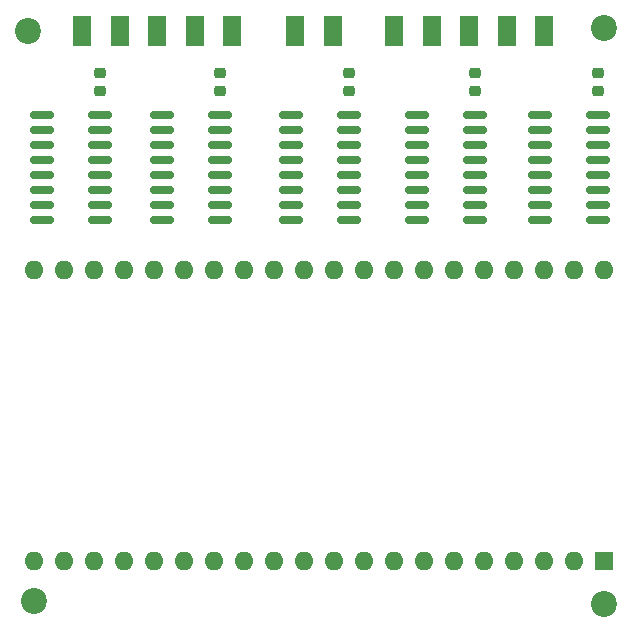
<source format=gbr>
%TF.GenerationSoftware,KiCad,Pcbnew,7.0.8*%
%TF.CreationDate,2023-11-11T12:56:24-08:00*%
%TF.ProjectId,LED Project,4c454420-5072-46f6-9a65-63742e6b6963,rev?*%
%TF.SameCoordinates,Original*%
%TF.FileFunction,Soldermask,Top*%
%TF.FilePolarity,Negative*%
%FSLAX46Y46*%
G04 Gerber Fmt 4.6, Leading zero omitted, Abs format (unit mm)*
G04 Created by KiCad (PCBNEW 7.0.8) date 2023-11-11 12:56:24*
%MOMM*%
%LPD*%
G01*
G04 APERTURE LIST*
G04 Aperture macros list*
%AMRoundRect*
0 Rectangle with rounded corners*
0 $1 Rounding radius*
0 $2 $3 $4 $5 $6 $7 $8 $9 X,Y pos of 4 corners*
0 Add a 4 corners polygon primitive as box body*
4,1,4,$2,$3,$4,$5,$6,$7,$8,$9,$2,$3,0*
0 Add four circle primitives for the rounded corners*
1,1,$1+$1,$2,$3*
1,1,$1+$1,$4,$5*
1,1,$1+$1,$6,$7*
1,1,$1+$1,$8,$9*
0 Add four rect primitives between the rounded corners*
20,1,$1+$1,$2,$3,$4,$5,0*
20,1,$1+$1,$4,$5,$6,$7,0*
20,1,$1+$1,$6,$7,$8,$9,0*
20,1,$1+$1,$8,$9,$2,$3,0*%
G04 Aperture macros list end*
%ADD10R,1.600000X1.600000*%
%ADD11O,1.600000X1.600000*%
%ADD12RoundRect,0.150000X-0.825000X-0.150000X0.825000X-0.150000X0.825000X0.150000X-0.825000X0.150000X0*%
%ADD13RoundRect,0.225000X-0.250000X0.225000X-0.250000X-0.225000X0.250000X-0.225000X0.250000X0.225000X0*%
%ADD14C,2.200000*%
%ADD15R,1.524000X2.540000*%
G04 APERTURE END LIST*
D10*
%TO.C,U6*%
X201944500Y-132524500D03*
D11*
X199404500Y-132524500D03*
X196864500Y-132524500D03*
X194324500Y-132524500D03*
X191784500Y-132524500D03*
X189244500Y-132524500D03*
X186704500Y-132524500D03*
X184164500Y-132524500D03*
X181624500Y-132524500D03*
X179084500Y-132524500D03*
X176544500Y-132524500D03*
X174004500Y-132524500D03*
X171464500Y-132524500D03*
X168924500Y-132524500D03*
X166384500Y-132524500D03*
X163844500Y-132524500D03*
X161304500Y-132524500D03*
X158764500Y-132524500D03*
X156224500Y-132524500D03*
X153684500Y-132524500D03*
X153684500Y-107886500D03*
X156224500Y-107886500D03*
X158764500Y-107886500D03*
X161304500Y-107886500D03*
X163844500Y-107886500D03*
X166384500Y-107886500D03*
X168924500Y-107886500D03*
X171464500Y-107886500D03*
X174004500Y-107886500D03*
X176544500Y-107886500D03*
X179084500Y-107886500D03*
X181624500Y-107886500D03*
X184164500Y-107886500D03*
X186704500Y-107886500D03*
X189244500Y-107886500D03*
X191784500Y-107886500D03*
X194324500Y-107886500D03*
X196864500Y-107886500D03*
X199404500Y-107886500D03*
X201944500Y-107886500D03*
%TD*%
D12*
%TO.C,U5*%
X154308000Y-94742000D03*
X154308000Y-96012000D03*
X154308000Y-97282000D03*
X154308000Y-98552000D03*
X154308000Y-99822000D03*
X154308000Y-101092000D03*
X154308000Y-102362000D03*
X154308000Y-103632000D03*
X159258000Y-103632000D03*
X159258000Y-102362000D03*
X159258000Y-101092000D03*
X159258000Y-99822000D03*
X159258000Y-98552000D03*
X159258000Y-97282000D03*
X159258000Y-96012000D03*
X159258000Y-94742000D03*
%TD*%
D13*
%TO.C,C2*%
X169418000Y-91160000D03*
X169418000Y-92710000D03*
%TD*%
D14*
%TO.C,H3*%
X153670000Y-135890000D03*
%TD*%
%TO.C,H1*%
X153162000Y-87630000D03*
%TD*%
%TO.C,H2*%
X201930000Y-87376000D03*
%TD*%
D12*
%TO.C,U4*%
X164468000Y-94742000D03*
X164468000Y-96012000D03*
X164468000Y-97282000D03*
X164468000Y-98552000D03*
X164468000Y-99822000D03*
X164468000Y-101092000D03*
X164468000Y-102362000D03*
X164468000Y-103632000D03*
X169418000Y-103632000D03*
X169418000Y-102362000D03*
X169418000Y-101092000D03*
X169418000Y-99822000D03*
X169418000Y-98552000D03*
X169418000Y-97282000D03*
X169418000Y-96012000D03*
X169418000Y-94742000D03*
%TD*%
%TO.C,U2*%
X186058000Y-94742000D03*
X186058000Y-96012000D03*
X186058000Y-97282000D03*
X186058000Y-98552000D03*
X186058000Y-99822000D03*
X186058000Y-101092000D03*
X186058000Y-102362000D03*
X186058000Y-103632000D03*
X191008000Y-103632000D03*
X191008000Y-102362000D03*
X191008000Y-101092000D03*
X191008000Y-99822000D03*
X191008000Y-98552000D03*
X191008000Y-97282000D03*
X191008000Y-96012000D03*
X191008000Y-94742000D03*
%TD*%
D13*
%TO.C,C6*%
X191008000Y-91186000D03*
X191008000Y-92736000D03*
%TD*%
D14*
%TO.C,H4*%
X201930000Y-136144000D03*
%TD*%
D13*
%TO.C,C1*%
X159258000Y-91160000D03*
X159258000Y-92710000D03*
%TD*%
D12*
%TO.C,U1*%
X196472000Y-94742000D03*
X196472000Y-96012000D03*
X196472000Y-97282000D03*
X196472000Y-98552000D03*
X196472000Y-99822000D03*
X196472000Y-101092000D03*
X196472000Y-102362000D03*
X196472000Y-103632000D03*
X201422000Y-103632000D03*
X201422000Y-102362000D03*
X201422000Y-101092000D03*
X201422000Y-99822000D03*
X201422000Y-98552000D03*
X201422000Y-97282000D03*
X201422000Y-96012000D03*
X201422000Y-94742000D03*
%TD*%
%TO.C,U3*%
X175390000Y-94742000D03*
X175390000Y-96012000D03*
X175390000Y-97282000D03*
X175390000Y-98552000D03*
X175390000Y-99822000D03*
X175390000Y-101092000D03*
X175390000Y-102362000D03*
X175390000Y-103632000D03*
X180340000Y-103632000D03*
X180340000Y-102362000D03*
X180340000Y-101092000D03*
X180340000Y-99822000D03*
X180340000Y-98552000D03*
X180340000Y-97282000D03*
X180340000Y-96012000D03*
X180340000Y-94742000D03*
%TD*%
D15*
%TO.C,Conn2*%
X184150000Y-87603000D03*
X187325000Y-87603000D03*
X190500000Y-87603000D03*
X193675000Y-87603000D03*
X196850000Y-87603000D03*
%TD*%
%TO.C,Conn1*%
X170434000Y-87630000D03*
X167259000Y-87630000D03*
X164084000Y-87630000D03*
X160909000Y-87630000D03*
X157734000Y-87630000D03*
%TD*%
D13*
%TO.C,C3*%
X180340000Y-91160000D03*
X180340000Y-92710000D03*
%TD*%
D15*
%TO.C,Conn3*%
X175768000Y-87630000D03*
X178943000Y-87630000D03*
%TD*%
D13*
%TO.C,C4*%
X201422000Y-91186000D03*
X201422000Y-92736000D03*
%TD*%
M02*

</source>
